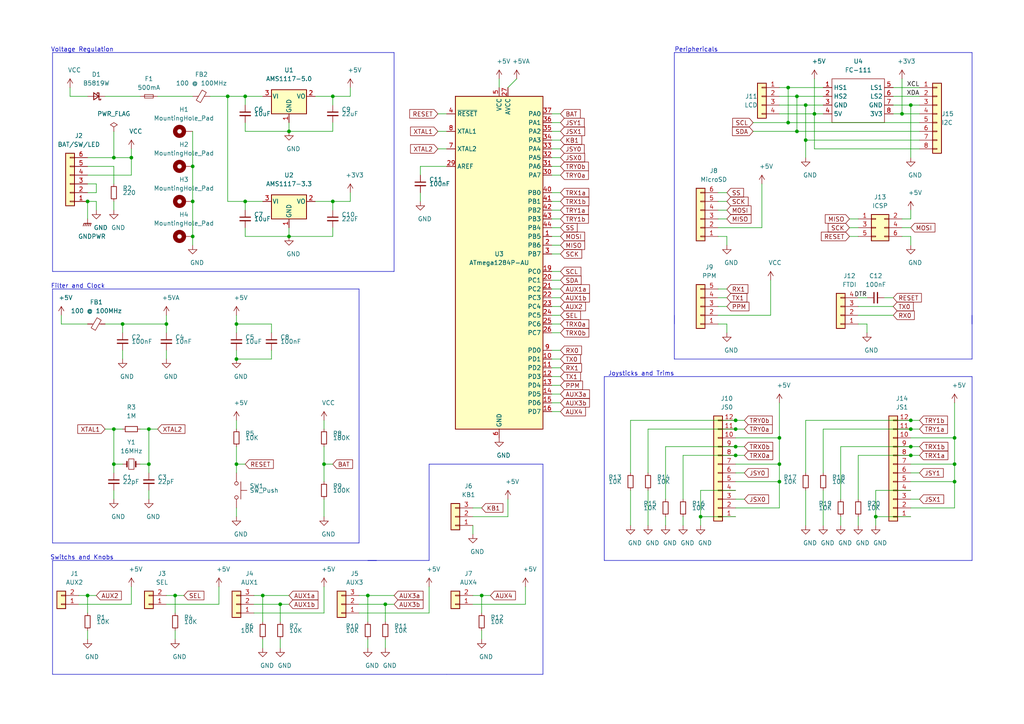
<source format=kicad_sch>
(kicad_sch (version 20200714) (host eeschema "(5.99.0-2358-g6d8fb94d8)")
  (page 1 1)
  (paper "A4")
  (title_block (title "The SPT") (rev "V3.0"))
  (junction (at 25.4 58.42))
  (junction (at 25.4 172.72))
  (junction (at 33.02 45.72))
  (junction (at 33.02 124.46))
  (junction (at 33.02 134.62))
  (junction (at 35.56 93.98))
  (junction (at 38.1 45.72))
  (junction (at 43.18 124.46))
  (junction (at 43.18 134.62))
  (junction (at 48.26 93.98))
  (junction (at 50.8 172.72))
  (junction (at 55.88 48.26))
  (junction (at 55.88 58.42))
  (junction (at 55.88 68.58))
  (junction (at 66.04 27.94))
  (junction (at 68.58 93.98))
  (junction (at 68.58 104.14))
  (junction (at 68.58 134.62))
  (junction (at 71.12 27.94))
  (junction (at 71.12 58.42))
  (junction (at 76.2 172.72))
  (junction (at 81.28 175.26))
  (junction (at 83.82 38.1))
  (junction (at 83.82 68.58))
  (junction (at 93.98 134.62))
  (junction (at 96.52 27.94))
  (junction (at 96.52 58.42))
  (junction (at 106.68 172.72))
  (junction (at 111.76 175.26))
  (junction (at 139.7 172.72))
  (junction (at 203.2 149.86))
  (junction (at 213.36 121.92))
  (junction (at 213.36 124.46))
  (junction (at 213.36 129.54))
  (junction (at 213.36 132.08))
  (junction (at 226.06 127))
  (junction (at 226.06 134.62))
  (junction (at 226.06 139.7))
  (junction (at 228.6 25.4))
  (junction (at 228.6 35.56))
  (junction (at 231.14 27.94))
  (junction (at 231.14 38.1))
  (junction (at 233.68 30.48))
  (junction (at 233.68 40.64))
  (junction (at 236.22 33.02))
  (junction (at 254 149.86))
  (junction (at 261.62 33.02))
  (junction (at 264.16 30.48))
  (junction (at 264.16 121.92))
  (junction (at 264.16 124.46))
  (junction (at 264.16 129.54))
  (junction (at 264.16 132.08))
  (junction (at 276.86 127))
  (junction (at 276.86 134.62))
  (junction (at 276.86 139.7))
  (wire (pts (xy 17.78 91.44) (xy 17.78 93.98)))
  (wire (pts (xy 17.78 93.98) (xy 25.4 93.98)))
  (wire (pts (xy 20.32 25.4) (xy 20.32 27.94)))
  (wire (pts (xy 20.32 27.94) (xy 25.4 27.94)))
  (wire (pts (xy 22.86 172.72) (xy 25.4 172.72)))
  (wire (pts (xy 22.86 175.26) (xy 38.1 175.26)))
  (wire (pts (xy 25.4 45.72) (xy 33.02 45.72)))
  (wire (pts (xy 25.4 48.26) (xy 33.02 48.26)))
  (wire (pts (xy 25.4 50.8) (xy 38.1 50.8)))
  (wire (pts (xy 25.4 53.34) (xy 27.94 53.34)))
  (wire (pts (xy 25.4 55.88) (xy 27.94 55.88)))
  (wire (pts (xy 25.4 58.42) (xy 25.4 63.5)))
  (wire (pts (xy 25.4 58.42) (xy 27.94 58.42)))
  (wire (pts (xy 25.4 172.72) (xy 25.4 177.8)))
  (wire (pts (xy 25.4 172.72) (xy 27.94 172.72)))
  (wire (pts (xy 25.4 182.88) (xy 25.4 185.42)))
  (wire (pts (xy 27.94 55.88) (xy 27.94 53.34)))
  (wire (pts (xy 27.94 58.42) (xy 27.94 60.96)))
  (wire (pts (xy 30.48 27.94) (xy 40.64 27.94)))
  (wire (pts (xy 30.48 93.98) (xy 35.56 93.98)))
  (wire (pts (xy 30.48 124.46) (xy 33.02 124.46)))
  (wire (pts (xy 33.02 38.1) (xy 33.02 45.72)))
  (wire (pts (xy 33.02 45.72) (xy 38.1 45.72)))
  (wire (pts (xy 33.02 48.26) (xy 33.02 53.34)))
  (wire (pts (xy 33.02 58.42) (xy 33.02 60.96)))
  (wire (pts (xy 33.02 124.46) (xy 33.02 134.62)))
  (wire (pts (xy 33.02 124.46) (xy 35.56 124.46)))
  (wire (pts (xy 33.02 134.62) (xy 33.02 137.16)))
  (wire (pts (xy 33.02 134.62) (xy 35.56 134.62)))
  (wire (pts (xy 33.02 142.24) (xy 33.02 144.78)))
  (wire (pts (xy 35.56 93.98) (xy 35.56 96.52)))
  (wire (pts (xy 35.56 93.98) (xy 48.26 93.98)))
  (wire (pts (xy 35.56 101.6) (xy 35.56 104.14)))
  (wire (pts (xy 38.1 43.18) (xy 38.1 45.72)))
  (wire (pts (xy 38.1 45.72) (xy 38.1 50.8)))
  (wire (pts (xy 38.1 170.18) (xy 38.1 175.26)))
  (wire (pts (xy 40.64 124.46) (xy 43.18 124.46)))
  (wire (pts (xy 40.64 134.62) (xy 43.18 134.62)))
  (wire (pts (xy 43.18 124.46) (xy 43.18 134.62)))
  (wire (pts (xy 43.18 124.46) (xy 45.72 124.46)))
  (wire (pts (xy 43.18 134.62) (xy 43.18 137.16)))
  (wire (pts (xy 43.18 142.24) (xy 43.18 144.78)))
  (wire (pts (xy 45.72 27.94) (xy 55.88 27.94)))
  (wire (pts (xy 48.26 91.44) (xy 48.26 93.98)))
  (wire (pts (xy 48.26 93.98) (xy 48.26 96.52)))
  (wire (pts (xy 48.26 101.6) (xy 48.26 104.14)))
  (wire (pts (xy 48.26 172.72) (xy 50.8 172.72)))
  (wire (pts (xy 48.26 175.26) (xy 63.5 175.26)))
  (wire (pts (xy 50.8 172.72) (xy 50.8 177.8)))
  (wire (pts (xy 50.8 172.72) (xy 53.34 172.72)))
  (wire (pts (xy 50.8 182.88) (xy 50.8 185.42)))
  (wire (pts (xy 55.88 38.1) (xy 55.88 48.26)))
  (wire (pts (xy 55.88 48.26) (xy 55.88 58.42)))
  (wire (pts (xy 55.88 58.42) (xy 55.88 68.58)))
  (wire (pts (xy 55.88 68.58) (xy 55.88 71.12)))
  (wire (pts (xy 60.96 27.94) (xy 66.04 27.94)))
  (wire (pts (xy 63.5 170.18) (xy 63.5 175.26)))
  (wire (pts (xy 66.04 27.94) (xy 66.04 58.42)))
  (wire (pts (xy 66.04 27.94) (xy 71.12 27.94)))
  (wire (pts (xy 66.04 58.42) (xy 71.12 58.42)))
  (wire (pts (xy 68.58 91.44) (xy 68.58 93.98)))
  (wire (pts (xy 68.58 93.98) (xy 68.58 96.52)))
  (wire (pts (xy 68.58 93.98) (xy 78.74 93.98)))
  (wire (pts (xy 68.58 101.6) (xy 68.58 104.14)))
  (wire (pts (xy 68.58 104.14) (xy 78.74 104.14)))
  (wire (pts (xy 68.58 121.92) (xy 68.58 124.46)))
  (wire (pts (xy 68.58 129.54) (xy 68.58 134.62)))
  (wire (pts (xy 68.58 134.62) (xy 68.58 137.16)))
  (wire (pts (xy 68.58 134.62) (xy 71.12 134.62)))
  (wire (pts (xy 68.58 147.32) (xy 68.58 149.86)))
  (wire (pts (xy 71.12 27.94) (xy 71.12 30.48)))
  (wire (pts (xy 71.12 27.94) (xy 76.2 27.94)))
  (wire (pts (xy 71.12 35.56) (xy 71.12 38.1)))
  (wire (pts (xy 71.12 38.1) (xy 83.82 38.1)))
  (wire (pts (xy 71.12 58.42) (xy 71.12 60.96)))
  (wire (pts (xy 71.12 58.42) (xy 76.2 58.42)))
  (wire (pts (xy 71.12 66.04) (xy 71.12 68.58)))
  (wire (pts (xy 71.12 68.58) (xy 83.82 68.58)))
  (wire (pts (xy 73.66 172.72) (xy 76.2 172.72)))
  (wire (pts (xy 73.66 175.26) (xy 81.28 175.26)))
  (wire (pts (xy 73.66 177.8) (xy 93.98 177.8)))
  (wire (pts (xy 76.2 172.72) (xy 76.2 180.34)))
  (wire (pts (xy 76.2 172.72) (xy 83.82 172.72)))
  (wire (pts (xy 76.2 185.42) (xy 76.2 187.96)))
  (wire (pts (xy 78.74 93.98) (xy 78.74 96.52)))
  (wire (pts (xy 78.74 101.6) (xy 78.74 104.14)))
  (wire (pts (xy 81.28 175.26) (xy 81.28 180.34)))
  (wire (pts (xy 81.28 175.26) (xy 83.82 175.26)))
  (wire (pts (xy 81.28 185.42) (xy 81.28 187.96)))
  (wire (pts (xy 83.82 35.56) (xy 83.82 38.1)))
  (wire (pts (xy 83.82 38.1) (xy 96.52 38.1)))
  (wire (pts (xy 83.82 66.04) (xy 83.82 68.58)))
  (wire (pts (xy 91.44 27.94) (xy 96.52 27.94)))
  (wire (pts (xy 91.44 58.42) (xy 96.52 58.42)))
  (wire (pts (xy 93.98 121.92) (xy 93.98 124.46)))
  (wire (pts (xy 93.98 129.54) (xy 93.98 134.62)))
  (wire (pts (xy 93.98 134.62) (xy 93.98 139.7)))
  (wire (pts (xy 93.98 134.62) (xy 96.52 134.62)))
  (wire (pts (xy 93.98 144.78) (xy 93.98 149.86)))
  (wire (pts (xy 93.98 170.18) (xy 93.98 177.8)))
  (wire (pts (xy 96.52 27.94) (xy 96.52 30.48)))
  (wire (pts (xy 96.52 35.56) (xy 96.52 38.1)))
  (wire (pts (xy 96.52 58.42) (xy 96.52 60.96)))
  (wire (pts (xy 96.52 58.42) (xy 101.6 58.42)))
  (wire (pts (xy 96.52 66.04) (xy 96.52 68.58)))
  (wire (pts (xy 96.52 68.58) (xy 83.82 68.58)))
  (wire (pts (xy 101.6 25.4) (xy 101.6 27.94)))
  (wire (pts (xy 101.6 27.94) (xy 96.52 27.94)))
  (wire (pts (xy 101.6 55.88) (xy 101.6 58.42)))
  (wire (pts (xy 104.14 172.72) (xy 106.68 172.72)))
  (wire (pts (xy 104.14 175.26) (xy 111.76 175.26)))
  (wire (pts (xy 104.14 177.8) (xy 124.46 177.8)))
  (wire (pts (xy 106.68 172.72) (xy 106.68 180.34)))
  (wire (pts (xy 106.68 172.72) (xy 114.3 172.72)))
  (wire (pts (xy 106.68 185.42) (xy 106.68 187.96)))
  (wire (pts (xy 111.76 175.26) (xy 111.76 180.34)))
  (wire (pts (xy 111.76 175.26) (xy 114.3 175.26)))
  (wire (pts (xy 111.76 185.42) (xy 111.76 187.96)))
  (wire (pts (xy 121.92 48.26) (xy 121.92 50.8)))
  (wire (pts (xy 121.92 55.88) (xy 121.92 58.42)))
  (wire (pts (xy 124.46 170.18) (xy 124.46 177.8)))
  (wire (pts (xy 127 33.02) (xy 129.54 33.02)))
  (wire (pts (xy 127 38.1) (xy 129.54 38.1)))
  (wire (pts (xy 127 43.18) (xy 129.54 43.18)))
  (wire (pts (xy 129.54 48.26) (xy 121.92 48.26)))
  (wire (pts (xy 137.16 147.32) (xy 139.7 147.32)))
  (wire (pts (xy 137.16 149.86) (xy 147.32 149.86)))
  (wire (pts (xy 137.16 152.4) (xy 137.16 154.94)))
  (wire (pts (xy 137.16 172.72) (xy 139.7 172.72)))
  (wire (pts (xy 137.16 175.26) (xy 152.4 175.26)))
  (wire (pts (xy 139.7 172.72) (xy 139.7 177.8)))
  (wire (pts (xy 139.7 172.72) (xy 142.24 172.72)))
  (wire (pts (xy 139.7 182.88) (xy 139.7 185.42)))
  (wire (pts (xy 144.78 22.86) (xy 144.78 25.4)))
  (wire (pts (xy 147.32 144.78) (xy 147.32 149.86)))
  (wire (pts (xy 149.86 22.86) (xy 147.32 25.4)))
  (wire (pts (xy 152.4 170.18) (xy 152.4 175.26)))
  (wire (pts (xy 160.02 33.02) (xy 162.56 33.02)))
  (wire (pts (xy 160.02 35.56) (xy 162.56 35.56)))
  (wire (pts (xy 160.02 38.1) (xy 162.56 38.1)))
  (wire (pts (xy 160.02 40.64) (xy 162.56 40.64)))
  (wire (pts (xy 160.02 43.18) (xy 162.56 43.18)))
  (wire (pts (xy 160.02 45.72) (xy 162.56 45.72)))
  (wire (pts (xy 160.02 48.26) (xy 162.56 48.26)))
  (wire (pts (xy 160.02 50.8) (xy 162.56 50.8)))
  (wire (pts (xy 160.02 55.88) (xy 162.56 55.88)))
  (wire (pts (xy 160.02 58.42) (xy 162.56 58.42)))
  (wire (pts (xy 160.02 60.96) (xy 162.56 60.96)))
  (wire (pts (xy 160.02 63.5) (xy 162.56 63.5)))
  (wire (pts (xy 160.02 66.04) (xy 162.56 66.04)))
  (wire (pts (xy 160.02 68.58) (xy 162.56 68.58)))
  (wire (pts (xy 160.02 71.12) (xy 162.56 71.12)))
  (wire (pts (xy 160.02 73.66) (xy 162.56 73.66)))
  (wire (pts (xy 160.02 78.74) (xy 162.56 78.74)))
  (wire (pts (xy 160.02 81.28) (xy 162.56 81.28)))
  (wire (pts (xy 160.02 83.82) (xy 162.56 83.82)))
  (wire (pts (xy 160.02 86.36) (xy 162.56 86.36)))
  (wire (pts (xy 160.02 88.9) (xy 162.56 88.9)))
  (wire (pts (xy 160.02 91.44) (xy 162.56 91.44)))
  (wire (pts (xy 160.02 93.98) (xy 162.56 93.98)))
  (wire (pts (xy 160.02 96.52) (xy 162.56 96.52)))
  (wire (pts (xy 160.02 101.6) (xy 162.56 101.6)))
  (wire (pts (xy 160.02 104.14) (xy 162.56 104.14)))
  (wire (pts (xy 160.02 106.68) (xy 162.56 106.68)))
  (wire (pts (xy 160.02 109.22) (xy 162.56 109.22)))
  (wire (pts (xy 160.02 111.76) (xy 162.56 111.76)))
  (wire (pts (xy 160.02 114.3) (xy 162.56 114.3)))
  (wire (pts (xy 160.02 116.84) (xy 162.56 116.84)))
  (wire (pts (xy 160.02 119.38) (xy 162.56 119.38)))
  (wire (pts (xy 182.88 121.92) (xy 182.88 137.16)))
  (wire (pts (xy 182.88 121.92) (xy 213.36 121.92)))
  (wire (pts (xy 182.88 142.24) (xy 182.88 152.4)))
  (wire (pts (xy 187.96 124.46) (xy 187.96 137.16)))
  (wire (pts (xy 187.96 124.46) (xy 213.36 124.46)))
  (wire (pts (xy 187.96 142.24) (xy 187.96 152.4)))
  (wire (pts (xy 193.04 129.54) (xy 193.04 144.78)))
  (wire (pts (xy 193.04 149.86) (xy 193.04 152.4)))
  (wire (pts (xy 198.12 132.08) (xy 198.12 144.78)))
  (wire (pts (xy 198.12 132.08) (xy 213.36 132.08)))
  (wire (pts (xy 198.12 149.86) (xy 198.12 152.4)))
  (wire (pts (xy 203.2 142.24) (xy 213.36 142.24)))
  (wire (pts (xy 203.2 149.86) (xy 203.2 142.24)))
  (wire (pts (xy 203.2 149.86) (xy 203.2 152.4)))
  (wire (pts (xy 208.28 66.04) (xy 220.98 66.04)))
  (wire (pts (xy 208.28 68.58) (xy 210.82 68.58)))
  (wire (pts (xy 208.28 83.82) (xy 210.82 83.82)))
  (wire (pts (xy 208.28 86.36) (xy 210.82 86.36)))
  (wire (pts (xy 208.28 88.9) (xy 210.82 88.9)))
  (wire (pts (xy 208.28 91.44) (xy 223.52 91.44)))
  (wire (pts (xy 208.28 93.98) (xy 210.82 93.98)))
  (wire (pts (xy 210.82 55.88) (xy 208.28 55.88)))
  (wire (pts (xy 210.82 58.42) (xy 208.28 58.42)))
  (wire (pts (xy 210.82 60.96) (xy 208.28 60.96)))
  (wire (pts (xy 210.82 63.5) (xy 208.28 63.5)))
  (wire (pts (xy 210.82 68.58) (xy 210.82 71.12)))
  (wire (pts (xy 210.82 93.98) (xy 210.82 96.52)))
  (wire (pts (xy 213.36 121.92) (xy 215.9 121.92)))
  (wire (pts (xy 213.36 124.46) (xy 215.9 124.46)))
  (wire (pts (xy 213.36 129.54) (xy 193.04 129.54)))
  (wire (pts (xy 213.36 129.54) (xy 215.9 129.54)))
  (wire (pts (xy 213.36 132.08) (xy 215.9 132.08)))
  (wire (pts (xy 213.36 137.16) (xy 215.9 137.16)))
  (wire (pts (xy 213.36 144.78) (xy 215.9 144.78)))
  (wire (pts (xy 213.36 149.86) (xy 203.2 149.86)))
  (wire (pts (xy 218.44 35.56) (xy 228.6 35.56)))
  (wire (pts (xy 218.44 38.1) (xy 231.14 38.1)))
  (wire (pts (xy 220.98 53.34) (xy 220.98 66.04)))
  (wire (pts (xy 223.52 81.28) (xy 223.52 91.44)))
  (wire (pts (xy 226.06 25.4) (xy 228.6 25.4)))
  (wire (pts (xy 226.06 27.94) (xy 231.14 27.94)))
  (wire (pts (xy 226.06 30.48) (xy 233.68 30.48)))
  (wire (pts (xy 226.06 33.02) (xy 236.22 33.02)))
  (wire (pts (xy 226.06 116.84) (xy 226.06 127)))
  (wire (pts (xy 226.06 127) (xy 213.36 127)))
  (wire (pts (xy 226.06 127) (xy 226.06 134.62)))
  (wire (pts (xy 226.06 134.62) (xy 213.36 134.62)))
  (wire (pts (xy 226.06 134.62) (xy 226.06 139.7)))
  (wire (pts (xy 226.06 139.7) (xy 213.36 139.7)))
  (wire (pts (xy 226.06 139.7) (xy 226.06 147.32)))
  (wire (pts (xy 226.06 147.32) (xy 213.36 147.32)))
  (wire (pts (xy 228.6 25.4) (xy 228.6 35.56)))
  (wire (pts (xy 228.6 25.4) (xy 238.76 25.4)))
  (wire (pts (xy 228.6 35.56) (xy 266.7 35.56)))
  (wire (pts (xy 231.14 27.94) (xy 231.14 38.1)))
  (wire (pts (xy 231.14 27.94) (xy 238.76 27.94)))
  (wire (pts (xy 231.14 38.1) (xy 266.7 38.1)))
  (wire (pts (xy 233.68 30.48) (xy 233.68 40.64)))
  (wire (pts (xy 233.68 30.48) (xy 238.76 30.48)))
  (wire (pts (xy 233.68 40.64) (xy 266.7 40.64)))
  (wire (pts (xy 233.68 45.72) (xy 233.68 40.64)))
  (wire (pts (xy 233.68 121.92) (xy 233.68 137.16)))
  (wire (pts (xy 233.68 121.92) (xy 264.16 121.92)))
  (wire (pts (xy 233.68 142.24) (xy 233.68 152.4)))
  (wire (pts (xy 236.22 22.86) (xy 236.22 33.02)))
  (wire (pts (xy 236.22 33.02) (xy 236.22 43.18)))
  (wire (pts (xy 236.22 33.02) (xy 238.76 33.02)))
  (wire (pts (xy 236.22 43.18) (xy 266.7 43.18)))
  (wire (pts (xy 238.76 124.46) (xy 238.76 137.16)))
  (wire (pts (xy 238.76 124.46) (xy 264.16 124.46)))
  (wire (pts (xy 238.76 142.24) (xy 238.76 152.4)))
  (wire (pts (xy 243.84 129.54) (xy 243.84 144.78)))
  (wire (pts (xy 243.84 149.86) (xy 243.84 152.4)))
  (wire (pts (xy 246.38 63.5) (xy 248.92 63.5)))
  (wire (pts (xy 246.38 66.04) (xy 248.92 66.04)))
  (wire (pts (xy 246.38 68.58) (xy 248.92 68.58)))
  (wire (pts (xy 248.92 93.98) (xy 251.46 93.98)))
  (wire (pts (xy 248.92 132.08) (xy 248.92 144.78)))
  (wire (pts (xy 248.92 132.08) (xy 264.16 132.08)))
  (wire (pts (xy 248.92 149.86) (xy 248.92 152.4)))
  (wire (pts (xy 251.46 86.36) (xy 248.92 86.36)))
  (wire (pts (xy 251.46 93.98) (xy 251.46 96.52)))
  (wire (pts (xy 254 142.24) (xy 264.16 142.24)))
  (wire (pts (xy 254 149.86) (xy 254 142.24)))
  (wire (pts (xy 254 149.86) (xy 254 152.4)))
  (wire (pts (xy 259.08 25.4) (xy 266.7 25.4)))
  (wire (pts (xy 259.08 27.94) (xy 266.7 27.94)))
  (wire (pts (xy 259.08 30.48) (xy 264.16 30.48)))
  (wire (pts (xy 259.08 33.02) (xy 261.62 33.02)))
  (wire (pts (xy 259.08 86.36) (xy 256.54 86.36)))
  (wire (pts (xy 259.08 88.9) (xy 248.92 88.9)))
  (wire (pts (xy 259.08 91.44) (xy 248.92 91.44)))
  (wire (pts (xy 261.62 22.86) (xy 261.62 33.02)))
  (wire (pts (xy 261.62 33.02) (xy 266.7 33.02)))
  (wire (pts (xy 261.62 63.5) (xy 264.16 63.5)))
  (wire (pts (xy 261.62 66.04) (xy 264.16 66.04)))
  (wire (pts (xy 261.62 68.58) (xy 264.16 68.58)))
  (wire (pts (xy 264.16 30.48) (xy 264.16 45.72)))
  (wire (pts (xy 264.16 30.48) (xy 266.7 30.48)))
  (wire (pts (xy 264.16 63.5) (xy 264.16 60.96)))
  (wire (pts (xy 264.16 68.58) (xy 264.16 71.12)))
  (wire (pts (xy 264.16 121.92) (xy 266.7 121.92)))
  (wire (pts (xy 264.16 124.46) (xy 266.7 124.46)))
  (wire (pts (xy 264.16 129.54) (xy 243.84 129.54)))
  (wire (pts (xy 264.16 129.54) (xy 266.7 129.54)))
  (wire (pts (xy 264.16 132.08) (xy 266.7 132.08)))
  (wire (pts (xy 264.16 137.16) (xy 266.7 137.16)))
  (wire (pts (xy 264.16 144.78) (xy 266.7 144.78)))
  (wire (pts (xy 264.16 149.86) (xy 254 149.86)))
  (wire (pts (xy 276.86 116.84) (xy 276.86 127)))
  (wire (pts (xy 276.86 127) (xy 264.16 127)))
  (wire (pts (xy 276.86 127) (xy 276.86 134.62)))
  (wire (pts (xy 276.86 134.62) (xy 264.16 134.62)))
  (wire (pts (xy 276.86 134.62) (xy 276.86 139.7)))
  (wire (pts (xy 276.86 139.7) (xy 264.16 139.7)))
  (wire (pts (xy 276.86 139.7) (xy 276.86 147.32)))
  (wire (pts (xy 276.86 147.32) (xy 264.16 147.32)))
  (polyline (pts (xy 15.24 15.24) (xy 15.24 78.74)) (stroke (width 0) (type solid)))
  (polyline (pts (xy 15.24 15.24) (xy 114.3 15.24)) (stroke (width 0) (type solid)))
  (polyline (pts (xy 15.24 78.74) (xy 114.3 78.74)) (stroke (width 0) (type solid)))
  (polyline (pts (xy 15.24 83.82) (xy 15.24 157.48)) (stroke (width 0) (type solid)))
  (polyline (pts (xy 15.24 157.48) (xy 104.14 157.48)) (stroke (width 0) (type solid)))
  (polyline (pts (xy 15.24 162.56) (xy 15.24 195.58)) (stroke (width 0) (type solid)))
  (polyline (pts (xy 15.24 162.56) (xy 109.22 162.56)) (stroke (width 0) (type solid)))
  (polyline (pts (xy 15.24 195.58) (xy 129.54 195.58)) (stroke (width 0) (type solid)))
  (polyline (pts (xy 104.14 83.82) (xy 15.24 83.82)) (stroke (width 0) (type solid)))
  (polyline (pts (xy 104.14 157.48) (xy 104.14 83.82)) (stroke (width 0) (type solid)))
  (polyline (pts (xy 106.68 162.56) (xy 124.46 162.56)) (stroke (width 0) (type solid)))
  (polyline (pts (xy 114.3 15.24) (xy 114.3 78.74)) (stroke (width 0) (type solid)))
  (polyline (pts (xy 124.46 134.62) (xy 157.48 134.62)) (stroke (width 0) (type solid)))
  (polyline (pts (xy 124.46 162.56) (xy 124.46 134.62)) (stroke (width 0) (type solid)))
  (polyline (pts (xy 157.48 134.62) (xy 157.48 195.58)) (stroke (width 0) (type solid)))
  (polyline (pts (xy 157.48 195.58) (xy 129.54 195.58)) (stroke (width 0) (type solid)))
  (polyline (pts (xy 175.26 109.22) (xy 175.26 162.56)) (stroke (width 0) (type solid)))
  (polyline (pts (xy 175.26 109.22) (xy 281.94 109.22)) (stroke (width 0) (type solid)))
  (polyline (pts (xy 175.26 162.56) (xy 281.94 162.56)) (stroke (width 0) (type solid)))
  (polyline (pts (xy 195.58 15.24) (xy 195.58 93.98)) (stroke (width 0) (type solid)))
  (polyline (pts (xy 195.58 15.24) (xy 281.94 15.24)) (stroke (width 0) (type solid)))
  (polyline (pts (xy 195.58 91.44) (xy 195.58 104.14)) (stroke (width 0) (type solid)))
  (polyline (pts (xy 281.94 15.24) (xy 281.94 93.98)) (stroke (width 0) (type solid)))
  (polyline (pts (xy 281.94 91.44) (xy 281.94 104.14)) (stroke (width 0) (type solid)))
  (polyline (pts (xy 281.94 104.14) (xy 195.58 104.14)) (stroke (width 0) (type solid)))
  (polyline (pts (xy 281.94 162.56) (xy 281.94 109.22)) (stroke (width 0) (type solid)))
  (text "Filter and Clock" (at 30.48 83.82 180) (effects (font (size 1.27 1.27)) (justify right bottom)))
  (text "Voltage Regulation" (at 33.02 15.24 180) (effects (font (size 1.27 1.27)) (justify right bottom)))
  (text "Switchs and Knobs" (at 33.02 162.56 180) (effects (font (size 1.27 1.27)) (justify right bottom)))
  (text "Joysticks and Trims" (at 195.58 109.22 180) (effects (font (size 1.27 1.27)) (justify right bottom)))
  (text "Periphericals" (at 208.28 15.24 180) (effects (font (size 1.27 1.27)) (justify right bottom)))
  (label "DTR" (at 251.46 86.36 180))
  (label "XCL" (at 266.7 25.4 180))
  (label "XDA" (at 266.7 27.94 180))
  (global_label "AUX2" (shape input) (at 27.94 172.72 0))
  (global_label "XTAL1" (shape input) (at 30.48 124.46 180))
  (global_label "XTAL2" (shape input) (at 45.72 124.46 0))
  (global_label "SEL" (shape input) (at 53.34 172.72 0))
  (global_label "RESET" (shape input) (at 71.12 134.62 0))
  (global_label "AUX1a" (shape input) (at 83.82 172.72 0))
  (global_label "AUX1b" (shape input) (at 83.82 175.26 0))
  (global_label "BAT" (shape input) (at 96.52 134.62 0))
  (global_label "AUX3a" (shape input) (at 114.3 172.72 0))
  (global_label "AUX3b" (shape input) (at 114.3 175.26 0))
  (global_label "RESET" (shape input) (at 127 33.02 180))
  (global_label "XTAL1" (shape input) (at 127 38.1 180))
  (global_label "XTAL2" (shape input) (at 127 43.18 180))
  (global_label "KB1" (shape input) (at 139.7 147.32 0))
  (global_label "AUX4" (shape input) (at 142.24 172.72 0))
  (global_label "BAT" (shape input) (at 162.56 33.02 0))
  (global_label "JSY1" (shape input) (at 162.56 35.56 0))
  (global_label "JSX1" (shape input) (at 162.56 38.1 0))
  (global_label "KB1" (shape input) (at 162.56 40.64 0))
  (global_label "JSY0" (shape input) (at 162.56 43.18 0))
  (global_label "JSX0" (shape input) (at 162.56 45.72 0))
  (global_label "TRY0b" (shape input) (at 162.56 48.26 0))
  (global_label "TRY0a" (shape input) (at 162.56 50.8 0))
  (global_label "TRX1a" (shape input) (at 162.56 55.88 0))
  (global_label "TRX1b" (shape input) (at 162.56 58.42 0))
  (global_label "TRY1a" (shape input) (at 162.56 60.96 0))
  (global_label "TRY1b" (shape input) (at 162.56 63.5 0))
  (global_label "SS" (shape input) (at 162.56 66.04 0))
  (global_label "MOSI" (shape input) (at 162.56 68.58 0))
  (global_label "MISO" (shape input) (at 162.56 71.12 0))
  (global_label "SCK" (shape input) (at 162.56 73.66 0))
  (global_label "SCL" (shape input) (at 162.56 78.74 0))
  (global_label "SDA" (shape input) (at 162.56 81.28 0))
  (global_label "AUX1a" (shape input) (at 162.56 83.82 0))
  (global_label "AUX1b" (shape input) (at 162.56 86.36 0))
  (global_label "AUX2" (shape input) (at 162.56 88.9 0))
  (global_label "SEL" (shape input) (at 162.56 91.44 0))
  (global_label "TRX0a" (shape input) (at 162.56 93.98 0))
  (global_label "TRX0b" (shape input) (at 162.56 96.52 0))
  (global_label "RX0" (shape input) (at 162.56 101.6 0))
  (global_label "TX0" (shape input) (at 162.56 104.14 0))
  (global_label "RX1" (shape input) (at 162.56 106.68 0))
  (global_label "TX1" (shape input) (at 162.56 109.22 0))
  (global_label "PPM" (shape input) (at 162.56 111.76 0))
  (global_label "AUX3a" (shape input) (at 162.56 114.3 0))
  (global_label "AUX3b" (shape input) (at 162.56 116.84 0))
  (global_label "AUX4" (shape input) (at 162.56 119.38 0))
  (global_label "SS" (shape input) (at 210.82 55.88 0))
  (global_label "SCK" (shape input) (at 210.82 58.42 0))
  (global_label "MOSI" (shape input) (at 210.82 60.96 0))
  (global_label "MISO" (shape input) (at 210.82 63.5 0))
  (global_label "RX1" (shape input) (at 210.82 83.82 0))
  (global_label "TX1" (shape input) (at 210.82 86.36 0))
  (global_label "PPM" (shape input) (at 210.82 88.9 0))
  (global_label "TRY0b" (shape input) (at 215.9 121.92 0))
  (global_label "TRY0a" (shape input) (at 215.9 124.46 0))
  (global_label "TRX0b" (shape input) (at 215.9 129.54 0))
  (global_label "TRX0a" (shape input) (at 215.9 132.08 0))
  (global_label "JSY0" (shape input) (at 215.9 137.16 0))
  (global_label "JSX0" (shape input) (at 215.9 144.78 0))
  (global_label "SCL" (shape input) (at 218.44 35.56 180))
  (global_label "SDA" (shape input) (at 218.44 38.1 180))
  (global_label "MISO" (shape input) (at 246.38 63.5 180))
  (global_label "SCK" (shape input) (at 246.38 66.04 180))
  (global_label "RESET" (shape input) (at 246.38 68.58 180))
  (global_label "RESET" (shape input) (at 259.08 86.36 0))
  (global_label "TX0" (shape input) (at 259.08 88.9 0))
  (global_label "RX0" (shape input) (at 259.08 91.44 0))
  (global_label "MOSI" (shape input) (at 264.16 66.04 0))
  (global_label "TRY1b" (shape input) (at 266.7 121.92 0))
  (global_label "TRY1a" (shape input) (at 266.7 124.46 0))
  (global_label "TRX1b" (shape input) (at 266.7 129.54 0))
  (global_label "TRX1a" (shape input) (at 266.7 132.08 0))
  (global_label "JSY1" (shape input) (at 266.7 137.16 0))
  (global_label "JSX1" (shape input) (at 266.7 144.78 0))
  (symbol (lib_id "power:PWR_FLAG") (at 33.02 38.1 0) (unit 1)
    (property "Reference" "#FLG0101" (effects hide))
    (property "Value" "PWR_FLAG" (at 33.02 33.02 0))
  )
  (symbol (lib_id "Device:Fuse_Small") (at 43.18 27.94 0) (unit 1)
    (property "Reference" "F1" (at 43.18 22.86 0))
    (property "Value" "500mA" (at 43.18 25.4 0))
    (property "Footprint" "Fuse:Fuse_0603_1608Metric" (effects hide))
  )
  (symbol (lib_id "power:+5V") (at 17.78 91.44 0) (unit 1)
    (property "Reference" "#PWR0132" (effects hide))
    (property "Value" "+5V" (at 19.05 86.36 0))
  )
  (symbol (lib_id "power:VCC") (at 20.32 25.4 0) (unit 1)
    (property "Reference" "#PWR0154" (effects hide))
    (property "Value" "VCC" (at 21.59 20.32 0))
  )
  (symbol (lib_id "power:VCC") (at 38.1 43.18 0) (unit 1)
    (property "Reference" "#PWR0152" (effects hide))
    (property "Value" "VCC" (at 39.37 38.1 0))
  )
  (symbol (lib_id "power:+5V") (at 38.1 170.18 0) (unit 1)
    (property "Reference" "#PWR0144" (effects hide))
    (property "Value" "+5V" (at 39.37 165.1 0))
  )
  (symbol (lib_id "power:+5VA") (at 48.26 91.44 0) (unit 1)
    (property "Reference" "#PWR0125" (effects hide))
    (property "Value" "+5VA" (at 49.53 86.36 0))
  )
  (symbol (lib_id "power:+5V") (at 63.5 170.18 0) (unit 1)
    (property "Reference" "#PWR0149" (effects hide))
    (property "Value" "+5V" (at 64.77 165.1 0))
  )
  (symbol (lib_id "power:+5V") (at 68.58 91.44 0) (unit 1)
    (property "Reference" "#PWR0126" (effects hide))
    (property "Value" "+5V" (at 69.85 86.36 0))
  )
  (symbol (lib_id "power:+5V") (at 68.58 121.92 0) (unit 1)
    (property "Reference" "#PWR0129" (effects hide))
    (property "Value" "+5V" (at 69.85 116.84 0))
  )
  (symbol (lib_id "power:VCC") (at 93.98 121.92 0) (unit 1)
    (property "Reference" "#PWR0128" (effects hide))
    (property "Value" "VCC" (at 95.25 116.84 0))
  )
  (symbol (lib_id "power:+5V") (at 93.98 170.18 0) (unit 1)
    (property "Reference" "#PWR0145" (effects hide))
    (property "Value" "+5V" (at 95.25 165.1 0))
  )
  (symbol (lib_id "power:+5V") (at 101.6 25.4 0) (unit 1)
    (property "Reference" "#PWR0150" (effects hide))
    (property "Value" "+5V" (at 102.87 20.32 0))
  )
  (symbol (lib_id "power:+3V3") (at 101.6 55.88 0) (unit 1)
    (property "Reference" "#PWR0157" (effects hide))
    (property "Value" "+3V3" (at 102.87 50.8 0))
  )
  (symbol (lib_id "power:+5V") (at 124.46 170.18 0) (unit 1)
    (property "Reference" "#PWR0143" (effects hide))
    (property "Value" "+5V" (at 125.73 165.1 0))
  )
  (symbol (lib_id "power:+5V") (at 144.78 22.86 0) (unit 1)
    (property "Reference" "#PWR0159" (effects hide))
    (property "Value" "+5V" (at 146.05 17.78 0))
  )
  (symbol (lib_id "power:+5V") (at 147.32 144.78 0) (unit 1)
    (property "Reference" "#PWR0141" (effects hide))
    (property "Value" "+5V" (at 148.59 139.7 0))
  )
  (symbol (lib_id "power:+5VA") (at 149.86 22.86 0) (unit 1)
    (property "Reference" "#PWR0160" (effects hide))
    (property "Value" "+5VA" (at 151.13 17.78 0))
  )
  (symbol (lib_id "power:+5V") (at 152.4 170.18 0) (unit 1)
    (property "Reference" "#PWR0139" (effects hide))
    (property "Value" "+5V" (at 153.67 165.1 0))
  )
  (symbol (lib_id "power:+5V") (at 220.98 53.34 0) (unit 1)
    (property "Reference" "#PWR0101" (effects hide))
    (property "Value" "+5V" (at 222.25 48.26 0))
  )
  (symbol (lib_id "power:VCC") (at 223.52 81.28 0) (unit 1)
    (property "Reference" "#PWR0103" (effects hide))
    (property "Value" "VCC" (at 224.79 76.2 0))
  )
  (symbol (lib_id "power:+5V") (at 226.06 116.84 0) (unit 1)
    (property "Reference" "#PWR0109" (effects hide))
    (property "Value" "+5V" (at 227.33 111.76 0))
  )
  (symbol (lib_id "power:+5V") (at 236.22 22.86 0) (unit 1)
    (property "Reference" "#PWR0105" (effects hide))
    (property "Value" "+5V" (at 237.49 17.78 0))
  )
  (symbol (lib_id "power:+3V3") (at 261.62 22.86 0) (unit 1)
    (property "Reference" "#PWR0115" (effects hide))
    (property "Value" "+3V3" (at 262.89 17.78 0))
  )
  (symbol (lib_id "power:+5V") (at 264.16 60.96 0) (unit 1)
    (property "Reference" "#PWR0117" (effects hide))
    (property "Value" "+5V" (at 265.43 55.88 0))
  )
  (symbol (lib_id "power:+5V") (at 276.86 116.84 0) (unit 1)
    (property "Reference" "#PWR0108" (effects hide))
    (property "Value" "+5V" (at 278.13 111.76 0))
  )
  (symbol (lib_id "power:GNDPWR") (at 25.4 63.5 0) (unit 1)
    (property "Reference" "#PWR0163" (effects hide))
    (property "Value" "GNDPWR" (at 26.67 68.58 0))
  )
  (symbol (lib_id "power:GND") (at 25.4 185.42 0) (unit 1)
    (property "Reference" "#PWR0142" (effects hide))
    (property "Value" "GND" (at 26.67 190.5 0))
  )
  (symbol (lib_id "power:GND") (at 27.94 60.96 0) (unit 1)
    (property "Reference" "#PWR0153" (effects hide))
    (property "Value" "GND" (at 29.21 66.04 0))
  )
  (symbol (lib_id "power:GND") (at 33.02 60.96 0) (unit 1)
    (property "Reference" "#PWR0151" (effects hide))
    (property "Value" "GND" (at 34.29 66.04 0))
  )
  (symbol (lib_id "power:GND") (at 33.02 144.78 0) (unit 1)
    (property "Reference" "#PWR0134" (effects hide))
    (property "Value" "GND" (at 34.29 149.86 0))
  )
  (symbol (lib_id "power:GND") (at 35.56 104.14 0) (unit 1)
    (property "Reference" "#PWR0135" (effects hide))
    (property "Value" "GND" (at 36.83 109.22 0))
  )
  (symbol (lib_id "power:GND") (at 43.18 144.78 0) (unit 1)
    (property "Reference" "#PWR0133" (effects hide))
    (property "Value" "GND" (at 44.45 149.86 0))
  )
  (symbol (lib_id "power:GND") (at 48.26 104.14 0) (unit 1)
    (property "Reference" "#PWR0124" (effects hide))
    (property "Value" "GND" (at 49.53 109.22 0))
  )
  (symbol (lib_id "power:GND") (at 50.8 185.42 0) (unit 1)
    (property "Reference" "#PWR0148" (effects hide))
    (property "Value" "GND" (at 52.07 190.5 0))
  )
  (symbol (lib_id "power:GND") (at 55.88 71.12 0) (unit 1)
    (property "Reference" "#PWR0162" (effects hide))
    (property "Value" "GND" (at 57.15 76.2 0))
  )
  (symbol (lib_id "power:GND") (at 68.58 104.14 0) (unit 1)
    (property "Reference" "#PWR0131" (effects hide))
    (property "Value" "GND" (at 69.85 109.22 0))
  )
  (symbol (lib_id "power:GND") (at 68.58 149.86 0) (unit 1)
    (property "Reference" "#PWR0130" (effects hide))
    (property "Value" "GND" (at 69.85 154.94 0))
  )
  (symbol (lib_id "power:GND") (at 76.2 187.96 0) (unit 1)
    (property "Reference" "#PWR0146" (effects hide))
    (property "Value" "GND" (at 77.47 193.04 0))
  )
  (symbol (lib_id "power:GND") (at 81.28 187.96 0) (unit 1)
    (property "Reference" "#PWR0147" (effects hide))
    (property "Value" "GND" (at 82.55 193.04 0))
  )
  (symbol (lib_id "power:GND") (at 83.82 38.1 0) (unit 1)
    (property "Reference" "#PWR0156" (effects hide))
    (property "Value" "GND" (at 85.09 43.18 0))
  )
  (symbol (lib_id "power:GND") (at 83.82 68.58 0) (unit 1)
    (property "Reference" "#PWR0155" (effects hide))
    (property "Value" "GND" (at 85.09 73.66 0))
  )
  (symbol (lib_id "power:GND") (at 93.98 149.86 0) (unit 1)
    (property "Reference" "#PWR0127" (effects hide))
    (property "Value" "GND" (at 95.25 154.94 0))
  )
  (symbol (lib_id "power:GND") (at 106.68 187.96 0) (unit 1)
    (property "Reference" "#PWR0136" (effects hide))
    (property "Value" "GND" (at 107.95 193.04 0))
  )
  (symbol (lib_id "power:GND") (at 111.76 187.96 0) (unit 1)
    (property "Reference" "#PWR0137" (effects hide))
    (property "Value" "GND" (at 113.03 193.04 0))
  )
  (symbol (lib_id "power:GND") (at 121.92 58.42 0) (unit 1)
    (property "Reference" "#PWR0158" (effects hide))
    (property "Value" "GND" (at 123.19 63.5 0))
  )
  (symbol (lib_id "power:GND") (at 137.16 154.94 0) (unit 1)
    (property "Reference" "#PWR0140" (effects hide))
    (property "Value" "GND" (at 138.43 160.02 0))
  )
  (symbol (lib_id "power:GND") (at 139.7 185.42 0) (unit 1)
    (property "Reference" "#PWR0138" (effects hide))
    (property "Value" "GND" (at 140.97 190.5 0))
  )
  (symbol (lib_id "power:GND") (at 144.78 127 0) (unit 1)
    (property "Reference" "#PWR0161" (effects hide))
    (property "Value" "GND" (at 146.05 132.08 0))
  )
  (symbol (lib_id "power:GND") (at 182.88 152.4 0) (unit 1)
    (property "Reference" "#PWR0121" (effects hide))
    (property "Value" "GND" (at 184.15 157.48 0))
  )
  (symbol (lib_id "power:GND") (at 187.96 152.4 0) (unit 1)
    (property "Reference" "#PWR0122" (effects hide))
    (property "Value" "GND" (at 189.23 157.48 0))
  )
  (symbol (lib_id "power:GND") (at 193.04 152.4 0) (unit 1)
    (property "Reference" "#PWR0118" (effects hide))
    (property "Value" "GND" (at 194.31 157.48 0))
  )
  (symbol (lib_id "power:GND") (at 198.12 152.4 0) (unit 1)
    (property "Reference" "#PWR0120" (effects hide))
    (property "Value" "GND" (at 199.39 157.48 0))
  )
  (symbol (lib_id "power:GND") (at 203.2 152.4 0) (unit 1)
    (property "Reference" "#PWR0119" (effects hide))
    (property "Value" "GND" (at 204.47 157.48 0))
  )
  (symbol (lib_id "power:GND") (at 210.82 71.12 0) (unit 1)
    (property "Reference" "#PWR0104" (effects hide))
    (property "Value" "GND" (at 212.09 76.2 0))
  )
  (symbol (lib_id "power:GND") (at 210.82 96.52 0) (unit 1)
    (property "Reference" "#PWR0102" (effects hide))
    (property "Value" "GND" (at 212.09 101.6 0))
  )
  (symbol (lib_id "power:GND") (at 233.68 45.72 0) (unit 1)
    (property "Reference" "#PWR0106" (effects hide))
    (property "Value" "GND" (at 234.95 50.8 0))
  )
  (symbol (lib_id "power:GND") (at 233.68 152.4 0) (unit 1)
    (property "Reference" "#PWR0113" (effects hide))
    (property "Value" "GND" (at 234.95 157.48 0))
  )
  (symbol (lib_id "power:GND") (at 238.76 152.4 0) (unit 1)
    (property "Reference" "#PWR0111" (effects hide))
    (property "Value" "GND" (at 240.03 157.48 0))
  )
  (symbol (lib_id "power:GND") (at 243.84 152.4 0) (unit 1)
    (property "Reference" "#PWR0110" (effects hide))
    (property "Value" "GND" (at 245.11 157.48 0))
  )
  (symbol (lib_id "power:GND") (at 248.92 152.4 0) (unit 1)
    (property "Reference" "#PWR0112" (effects hide))
    (property "Value" "GND" (at 250.19 157.48 0))
  )
  (symbol (lib_id "power:GND") (at 251.46 96.52 0) (unit 1)
    (property "Reference" "#PWR0123" (effects hide))
    (property "Value" "GND" (at 252.73 101.6 0))
  )
  (symbol (lib_id "power:GND") (at 254 152.4 0) (unit 1)
    (property "Reference" "#PWR0114" (effects hide))
    (property "Value" "GND" (at 255.27 157.48 0))
  )
  (symbol (lib_id "power:GND") (at 264.16 45.72 0) (unit 1)
    (property "Reference" "#PWR0107" (effects hide))
    (property "Value" "GND" (at 265.43 50.8 0))
  )
  (symbol (lib_id "power:GND") (at 264.16 71.12 0) (unit 1)
    (property "Reference" "#PWR0116" (effects hide))
    (property "Value" "GND" (at 265.43 76.2 0))
  )
  (symbol (lib_id "Device:R_Small") (at 25.4 180.34 0) (unit 1)
    (property "Reference" "R1" (at 27.94 179.07 0) (effects (justify left)))
    (property "Value" "10K" (at 27.94 180.34 0) (effects (justify left)))
    (property "Footprint" "Resistor_SMD:R_0603_1608Metric" (effects hide))
  )
  (symbol (lib_id "Device:R_Small") (at 33.02 55.88 0) (unit 1)
    (property "Reference" "R2" (at 35.56 54.61 0) (effects (justify left)))
    (property "Value" "220" (at 35.56 55.88 0) (effects (justify left)))
    (property "Footprint" "Resistor_SMD:R_0603_1608Metric" (effects hide))
  )
  (symbol (lib_id "Device:R_Small") (at 38.1 124.46 90) (unit 1)
    (property "Reference" "R3" (at 38.1 118.11 90))
    (property "Value" "1M" (at 38.1 120.65 90))
    (property "Footprint" "Resistor_SMD:R_0603_1608Metric" (effects hide))
  )
  (symbol (lib_id "Device:R_Small") (at 50.8 180.34 0) (unit 1)
    (property "Reference" "R4" (at 53.34 179.07 0) (effects (justify left)))
    (property "Value" "10K" (at 53.34 180.34 0) (effects (justify left)))
    (property "Footprint" "Resistor_SMD:R_0603_1608Metric" (effects hide))
  )
  (symbol (lib_id "Device:R_Small") (at 68.58 127 0) (unit 1)
    (property "Reference" "R5" (at 71.12 125.73 0) (effects (justify left)))
    (property "Value" "10K" (at 71.12 127 0) (effects (justify left)))
    (property "Footprint" "Resistor_SMD:R_0603_1608Metric" (effects hide))
  )
  (symbol (lib_id "Device:R_Small") (at 76.2 182.88 0) (unit 1)
    (property "Reference" "R6" (at 73.66 181.61 0) (effects (justify right)))
    (property "Value" "10K" (at 73.66 182.88 0) (effects (justify right)))
    (property "Footprint" "Resistor_SMD:R_0603_1608Metric" (effects hide))
  )
  (symbol (lib_id "Device:R_Small") (at 81.28 182.88 0) (unit 1)
    (property "Reference" "R7" (at 83.82 181.61 0) (effects (justify left)))
    (property "Value" "10K" (at 83.82 182.88 0) (effects (justify left)))
    (property "Footprint" "Resistor_SMD:R_0603_1608Metric" (effects hide))
  )
  (symbol (lib_id "Device:R_Small") (at 93.98 127 0) (unit 1)
    (property "Reference" "R8" (at 96.52 125.73 0) (effects (justify left)))
    (property "Value" "180K" (at 96.52 127 0) (effects (justify left)))
    (property "Footprint" "Resistor_SMD:R_0603_1608Metric" (effects hide))
  )
  (symbol (lib_id "Device:R_Small") (at 93.98 142.24 0) (unit 1)
    (property "Reference" "R9" (at 96.52 140.97 0) (effects (justify left)))
    (property "Value" "100K" (at 96.52 142.24 0) (effects (justify left)))
    (property "Footprint" "Resistor_SMD:R_0603_1608Metric" (effects hide))
  )
  (symbol (lib_id "Device:R_Small") (at 106.68 182.88 0) (unit 1)
    (property "Reference" "R10" (at 104.14 181.61 0) (effects (justify right)))
    (property "Value" "10K" (at 104.14 182.88 0) (effects (justify right)))
    (property "Footprint" "Resistor_SMD:R_0603_1608Metric" (effects hide))
  )
  (symbol (lib_id "Device:R_Small") (at 111.76 182.88 0) (unit 1)
    (property "Reference" "R11" (at 114.3 181.61 0) (effects (justify left)))
    (property "Value" "10K" (at 114.3 182.88 0) (effects (justify left)))
    (property "Footprint" "Resistor_SMD:R_0603_1608Metric" (effects hide))
  )
  (symbol (lib_id "Device:R_Small") (at 139.7 180.34 0) (unit 1)
    (property "Reference" "R12" (at 142.24 179.07 0) (effects (justify left)))
    (property "Value" "10K" (at 142.24 180.34 0) (effects (justify left)))
    (property "Footprint" "Resistor_SMD:R_0603_1608Metric" (effects hide))
  )
  (symbol (lib_id "Device:R_Small") (at 182.88 139.7 0) (unit 1)
    (property "Reference" "R13" (at 180.34 138.43 0) (effects (justify right)))
    (property "Value" "10K" (at 180.34 139.7 0) (effects (justify right)))
    (property "Footprint" "Resistor_SMD:R_0603_1608Metric" (effects hide))
  )
  (symbol (lib_id "Device:R_Small") (at 187.96 139.7 0) (unit 1)
    (property "Reference" "R14" (at 190.5 138.43 0) (effects (justify left)))
    (property "Value" "10K" (at 190.5 139.7 0) (effects (justify left)))
    (property "Footprint" "Resistor_SMD:R_0603_1608Metric" (effects hide))
  )
  (symbol (lib_id "Device:R_Small") (at 193.04 147.32 0) (unit 1)
    (property "Reference" "R15" (at 190.5 146.05 0) (effects (justify right)))
    (property "Value" "10K" (at 190.5 147.32 0) (effects (justify right)))
    (property "Footprint" "Resistor_SMD:R_0603_1608Metric" (effects hide))
  )
  (symbol (lib_id "Device:R_Small") (at 198.12 147.32 0) (unit 1)
    (property "Reference" "R16" (at 200.66 146.05 0) (effects (justify left)))
    (property "Value" "10K" (at 200.66 147.32 0) (effects (justify left)))
    (property "Footprint" "Resistor_SMD:R_0603_1608Metric" (effects hide))
  )
  (symbol (lib_id "Device:R_Small") (at 233.68 139.7 0) (unit 1)
    (property "Reference" "R17" (at 231.14 138.43 0) (effects (justify right)))
    (property "Value" "10K" (at 231.14 139.7 0) (effects (justify right)))
    (property "Footprint" "Resistor_SMD:R_0603_1608Metric" (effects hide))
  )
  (symbol (lib_id "Device:R_Small") (at 238.76 139.7 0) (unit 1)
    (property "Reference" "R18" (at 241.3 138.43 0) (effects (justify left)))
    (property "Value" "10K" (at 241.3 139.7 0) (effects (justify left)))
    (property "Footprint" "Resistor_SMD:R_0603_1608Metric" (effects hide))
  )
  (symbol (lib_id "Device:R_Small") (at 243.84 147.32 0) (unit 1)
    (property "Reference" "R19" (at 241.3 146.05 0) (effects (justify right)))
    (property "Value" "10K" (at 241.3 147.32 0) (effects (justify right)))
    (property "Footprint" "Resistor_SMD:R_0603_1608Metric" (effects hide))
  )
  (symbol (lib_id "Device:R_Small") (at 248.92 147.32 0) (unit 1)
    (property "Reference" "R20" (at 251.46 146.05 0) (effects (justify left)))
    (property "Value" "10K" (at 251.46 147.32 0) (effects (justify left)))
    (property "Footprint" "Resistor_SMD:R_0603_1608Metric" (effects hide))
  )
  (symbol (lib_id "Device:D_Schottky_Small") (at 27.94 27.94 180) (unit 1)
    (property "Reference" "D1" (at 27.94 21.59 0))
    (property "Value" "B5819W" (at 27.94 24.13 0))
    (property "Footprint" "Diode_SMD:D_0603_1608Metric" (effects hide))
  )
  (symbol (lib_id "Device:Crystal_Small") (at 38.1 134.62 0) (unit 1)
    (property "Reference" "Y1" (at 38.1 128.27 0))
    (property "Value" "16MHz" (at 38.1 130.81 0))
    (property "Footprint" "Crystal:Crystal_SMD_0603-2Pin_6.0x3.5mm" (effects hide))
  )
  (symbol (lib_id "Device:C_Small") (at 33.02 139.7 0) (unit 1)
    (property "Reference" "C1" (at 35.56 138.43 0) (effects (justify left)))
    (property "Value" "22pF" (at 35.56 139.7 0) (effects (justify left)))
    (property "Footprint" "Capacitor_SMD:C_0603_1608Metric" (effects hide))
  )
  (symbol (lib_id "Device:C_Small") (at 35.56 99.06 0) (unit 1)
    (property "Reference" "C2" (at 38.1 97.79 0) (effects (justify left)))
    (property "Value" "100nF" (at 38.1 99.06 0) (effects (justify left)))
    (property "Footprint" "Capacitor_SMD:C_0603_1608Metric" (effects hide))
  )
  (symbol (lib_id "Device:C_Small") (at 43.18 139.7 0) (unit 1)
    (property "Reference" "C3" (at 45.72 138.43 0) (effects (justify left)))
    (property "Value" "22pF" (at 45.72 139.7 0) (effects (justify left)))
    (property "Footprint" "Capacitor_SMD:C_0603_1608Metric" (effects hide))
  )
  (symbol (lib_id "Device:C_Small") (at 48.26 99.06 0) (unit 1)
    (property "Reference" "C4" (at 50.8 97.79 0) (effects (justify left)))
    (property "Value" "10nF" (at 50.8 99.06 0) (effects (justify left)))
    (property "Footprint" "Capacitor_SMD:C_0603_1608Metric" (effects hide))
  )
  (symbol (lib_id "Device:C_Small") (at 68.58 99.06 0) (unit 1)
    (property "Reference" "C5" (at 71.12 97.79 0) (effects (justify left)))
    (property "Value" "10uF" (at 71.12 99.06 0) (effects (justify left)))
    (property "Footprint" "Capacitor_SMD:C_0603_1608Metric" (effects hide))
  )
  (symbol (lib_id "Device:C_Small") (at 71.12 33.02 0) (unit 1)
    (property "Reference" "C6" (at 73.66 31.75 0) (effects (justify left)))
    (property "Value" "10uF" (at 73.66 33.02 0) (effects (justify left)))
    (property "Footprint" "Capacitor_SMD:C_0805_2012Metric" (effects hide))
  )
  (symbol (lib_id "Device:C_Small") (at 71.12 63.5 0) (unit 1)
    (property "Reference" "C7" (at 73.66 62.23 0) (effects (justify left)))
    (property "Value" "10uF" (at 73.66 63.5 0) (effects (justify left)))
    (property "Footprint" "Capacitor_SMD:C_0805_2012Metric" (effects hide))
  )
  (symbol (lib_id "Device:C_Small") (at 78.74 99.06 0) (unit 1)
    (property "Reference" "C8" (at 81.28 97.79 0) (effects (justify left)))
    (property "Value" "100nF" (at 81.28 99.06 0) (effects (justify left)))
    (property "Footprint" "Capacitor_SMD:C_0603_1608Metric" (effects hide))
  )
  (symbol (lib_id "Device:C_Small") (at 96.52 33.02 0) (unit 1)
    (property "Reference" "C9" (at 99.06 31.75 0) (effects (justify left)))
    (property "Value" "22uF" (at 99.06 33.02 0) (effects (justify left)))
    (property "Footprint" "Capacitor_SMD:C_0805_2012Metric" (effects hide))
  )
  (symbol (lib_id "Device:C_Small") (at 96.52 63.5 0) (unit 1)
    (property "Reference" "C10" (at 99.06 62.23 0) (effects (justify left)))
    (property "Value" "22uF" (at 99.06 63.5 0) (effects (justify left)))
    (property "Footprint" "Capacitor_SMD:C_0805_2012Metric" (effects hide))
  )
  (symbol (lib_id "Device:C_Small") (at 121.92 53.34 0) (unit 1)
    (property "Reference" "C11" (at 124.46 52.07 0) (effects (justify left)))
    (property "Value" "100nF" (at 124.46 53.34 0) (effects (justify left)))
    (property "Footprint" "Capacitor_SMD:C_0603_1608Metric" (effects hide))
  )
  (symbol (lib_id "Device:C_Small") (at 254 86.36 90) (unit 1)
    (property "Reference" "C12" (at 254 80.01 90))
    (property "Value" "100nF" (at 254 82.55 90))
    (property "Footprint" "Capacitor_SMD:C_0603_1608Metric" (effects hide))
  )
  (symbol (lib_id "Device:Ferrite_Bead_Small") (at 27.94 93.98 90) (unit 1)
    (property "Reference" "FB1" (at 27.94 87.63 90))
    (property "Value" "100 @ 100MHz" (at 27.94 90.17 90))
    (property "Footprint" "Inductor_SMD:L_0805_2012Metric" (effects hide))
  )
  (symbol (lib_id "Device:Ferrite_Bead_Small") (at 58.42 27.94 90) (unit 1)
    (property "Reference" "FB2" (at 58.42 21.59 90))
    (property "Value" "100 @ 100MHz" (at 58.42 24.13 90))
    (property "Footprint" "Inductor_SMD:L_0805_2012Metric" (effects hide))
  )
  (symbol (lib_id "Mechanical:MountingHole_Pad") (at 53.34 38.1 90) (unit 1)
    (property "Reference" "H1" (at 53.34 31.75 90))
    (property "Value" "MountingHole_Pad" (at 53.34 34.29 90))
    (property "Footprint" "MountingHole:MountingHole_3.2mm_M3" (effects hide))
  )
  (symbol (lib_id "Mechanical:MountingHole_Pad") (at 53.34 48.26 90) (unit 1)
    (property "Reference" "H2" (at 53.34 41.91 90))
    (property "Value" "MountingHole_Pad" (at 53.34 44.45 90))
    (property "Footprint" "MountingHole:MountingHole_3.2mm_M3" (effects hide))
  )
  (symbol (lib_id "Mechanical:MountingHole_Pad") (at 53.34 58.42 90) (unit 1)
    (property "Reference" "H3" (at 53.34 52.07 90))
    (property "Value" "MountingHole_Pad" (at 53.34 54.61 90))
    (property "Footprint" "MountingHole:MountingHole_3.2mm_M3" (effects hide))
  )
  (symbol (lib_id "Mechanical:MountingHole_Pad") (at 53.34 68.58 90) (unit 1)
    (property "Reference" "H4" (at 53.34 62.23 90))
    (property "Value" "MountingHole_Pad" (at 53.34 64.77 90))
    (property "Footprint" "MountingHole:MountingHole_3.2mm_M3" (effects hide))
  )
  (symbol (lib_id "Connector_Generic:Conn_01x02") (at 17.78 175.26 180) (unit 1)
    (property "Reference" "J1" (at 21.59 166.37 0))
    (property "Value" "AUX2" (at 21.59 168.91 0))
    (property "Footprint" "Connector_Molex:Molex_PicoBlade_53261-0271_1x02-1MP_P1.25mm_Horizontal" (effects hide))
  )
  (symbol (lib_id "Connector_Generic:Conn_01x02") (at 43.18 175.26 180) (unit 1)
    (property "Reference" "J3" (at 46.99 166.37 0))
    (property "Value" "SEL" (at 46.99 168.91 0))
    (property "Footprint" "Connector_Molex:Molex_PicoBlade_53261-0271_1x02-1MP_P1.25mm_Horizontal" (effects hide))
  )
  (symbol (lib_id "Connector_Generic:Conn_01x02") (at 132.08 175.26 180) (unit 1)
    (property "Reference" "J7" (at 135.89 166.37 0))
    (property "Value" "AUX4" (at 135.89 168.91 0))
    (property "Footprint" "Connector_Molex:Molex_PicoBlade_53261-0271_1x02-1MP_P1.25mm_Horizontal" (effects hide))
  )
  (symbol (lib_id "Switch:SW_Push") (at 68.58 142.24 270) (unit 1)
    (property "Reference" "SW1" (at 72.39 140.97 90) (effects (justify left)))
    (property "Value" "SW_Push" (at 72.39 142.24 90) (effects (justify left)))
    (property "Footprint" "Button_Switch_SMD:SW_SPST_PTS645" (effects hide))
  )
  (symbol (lib_id "Connector_Generic:Conn_01x03") (at 68.58 175.26 180) (unit 1)
    (property "Reference" "J4" (at 72.39 166.37 0))
    (property "Value" "AUX1" (at 72.39 168.91 0))
    (property "Footprint" "Connector_Molex:Molex_PicoBlade_53261-0371_1x03-1MP_P1.25mm_Horizontal" (effects hide))
  )
  (symbol (lib_id "Connector_Generic:Conn_01x03") (at 99.06 175.26 180) (unit 1)
    (property "Reference" "J5" (at 102.87 166.37 0))
    (property "Value" "AUX3" (at 102.87 168.91 0))
    (property "Footprint" "Connector_Molex:Molex_PicoBlade_53261-0371_1x03-1MP_P1.25mm_Horizontal" (effects hide))
  )
  (symbol (lib_id "Connector_Generic:Conn_01x03") (at 132.08 149.86 180) (unit 1)
    (property "Reference" "J6" (at 135.89 140.97 0))
    (property "Value" "KB1" (at 135.89 143.51 0))
    (property "Footprint" "Connector_Molex:Molex_PicoBlade_53261-0371_1x03-1MP_P1.25mm_Horizontal" (effects hide))
  )
  (symbol (lib_id "Connector_Generic:Conn_01x04") (at 220.98 27.94 0) (mirror y) (unit 1)
    (property "Reference" "J11" (at 219.71 27.94 0) (effects (justify left)))
    (property "Value" "LCD" (at 219.71 30.48 0) (effects (justify left)))
    (property "Footprint" "Connector_Molex:Molex_PicoBlade_53261-0471_1x04-1MP_P1.25mm_Horizontal" (effects hide))
  )
  (symbol (lib_id "Connector_Generic:Conn_01x04") (at 243.84 91.44 180) (unit 1)
    (property "Reference" "J12" (at 246.38 80.01 0))
    (property "Value" "FTDI" (at 246.38 82.55 0))
    (property "Footprint" "Connector_PinHeader_2.54mm:PinHeader_1x04_P2.54mm_Vertical" (effects hide))
  )
  (symbol (lib_id "Connector_Generic:Conn_01x05") (at 203.2 88.9 180) (unit 1)
    (property "Reference" "J9" (at 205.74 77.47 0))
    (property "Value" "PPM" (at 205.74 80.01 0))
    (property "Footprint" "Connector_Molex:Molex_PicoBlade_53261-0571_1x05-1MP_P1.25mm_Horizontal" (effects hide))
  )
  (symbol (lib_id "Connector_Generic:Conn_01x06") (at 20.32 53.34 180) (unit 1)
    (property "Reference" "J2" (at 22.86 39.37 0))
    (property "Value" "BAT/SW/LED" (at 22.86 41.91 0))
    (property "Footprint" "Connector_PinHeader_2.54mm:PinHeader_1x06_P2.54mm_Vertical" (effects hide))
  )
  (symbol (lib_id "Connector_Generic:Conn_01x06") (at 203.2 63.5 180) (unit 1)
    (property "Reference" "J8" (at 207.01 49.53 0))
    (property "Value" "MicroSD" (at 207.01 52.07 0))
    (property "Footprint" "Connector_PinHeader_2.54mm:PinHeader_1x06_P2.54mm_Vertical" (effects hide))
  )
  (symbol (lib_id "Connector_Generic:Conn_02x03_Odd_Even") (at 254 66.04 0) (unit 1)
    (property "Reference" "J13" (at 255.27 57.15 0))
    (property "Value" "ICSP" (at 255.27 59.69 0))
    (property "Footprint" "Connector_PinHeader_2.54mm:PinHeader_2x03_P2.54mm_Vertical" (effects hide))
  )
  (symbol (lib_id "Connector_Generic:Conn_01x08") (at 271.78 33.02 0) (unit 1)
    (property "Reference" "J15" (at 273.05 33.02 0) (effects (justify left)))
    (property "Value" "I2C" (at 273.05 35.56 0) (effects (justify left)))
    (property "Footprint" "Connector_Molex:Molex_PicoBlade_53261-0871_1x08-1MP_P1.25mm_Horizontal" (effects hide))
  )
  (symbol (lib_id "Regulator_Linear:AMS1117-5.0") (at 83.82 27.94 0) (unit 1)
    (property "Reference" "U1" (at 83.82 20.32 0))
    (property "Value" "AMS1117-5.0" (at 83.82 22.86 0))
    (property "Footprint" "Package_TO_SOT_SMD:SOT-223-3_TabPin2" (effects hide))
    (property "Datasheet" "http://www.advanced-monolithic.com/pdf/ds1117.pdf" (effects hide))
  )
  (symbol (lib_id "Regulator_Linear:AMS1117-3.3") (at 83.82 58.42 0) (unit 1)
    (property "Reference" "U2" (at 83.82 50.8 0))
    (property "Value" "AMS1117-3.3" (at 83.82 53.34 0))
    (property "Footprint" "Package_TO_SOT_SMD:SOT-223-3_TabPin2" (effects hide))
    (property "Datasheet" "http://www.advanced-monolithic.com/pdf/ds1117.pdf" (effects hide))
  )
  (symbol (lib_id "Connector_Generic:Conn_01x12") (at 208.28 137.16 180) (unit 1)
    (property "Reference" "J10" (at 210.82 115.57 0))
    (property "Value" "JS0" (at 210.82 118.11 0))
    (property "Footprint" "Connector_Molex:Molex_PicoBlade_53261-1271_1x12-1MP_P1.25mm_Horizontal" (effects hide))
  )
  (symbol (lib_id "Connector_Generic:Conn_01x12") (at 259.08 137.16 180) (unit 1)
    (property "Reference" "J14" (at 261.62 115.57 0))
    (property "Value" "JS1" (at 261.62 118.11 0))
    (property "Footprint" "Connector_Molex:Molex_PicoBlade_53261-1271_1x12-1MP_P1.25mm_Horizontal" (effects hide))
  )
  (symbol (lib_id "Logic_LevelTranslator:FC-111") (at 248.92 30.48 0) (unit 1)
    (property "Reference" "U4" (at 248.92 17.78 0))
    (property "Value" "FC-111" (at 248.92 20.32 0))
    (property "Footprint" "Logic_LevelTranslator:FC-111" (effects hide))
  )
  (symbol (lib_id "MCU_Microchip_ATmega:ATmega1284P-AU") (at 144.78 76.2 0) (unit 1)
    (property "Reference" "U3" (at 144.78 73.66 0))
    (property "Value" "ATmega1284P-AU" (at 144.78 76.2 0))
    (property "Footprint" "Package_QFP:TQFP-44_10x10mm_P0.8mm" (effects hide))
    (property "Datasheet" "http://ww1.microchip.com/downloads/en/DeviceDoc/Atmel-8272-8-bit-AVR-microcontroller-ATmega164A_PA-324A_PA-644A_PA-1284_P_datasheet.pdf" (effects hide))
  )
)
</source>
